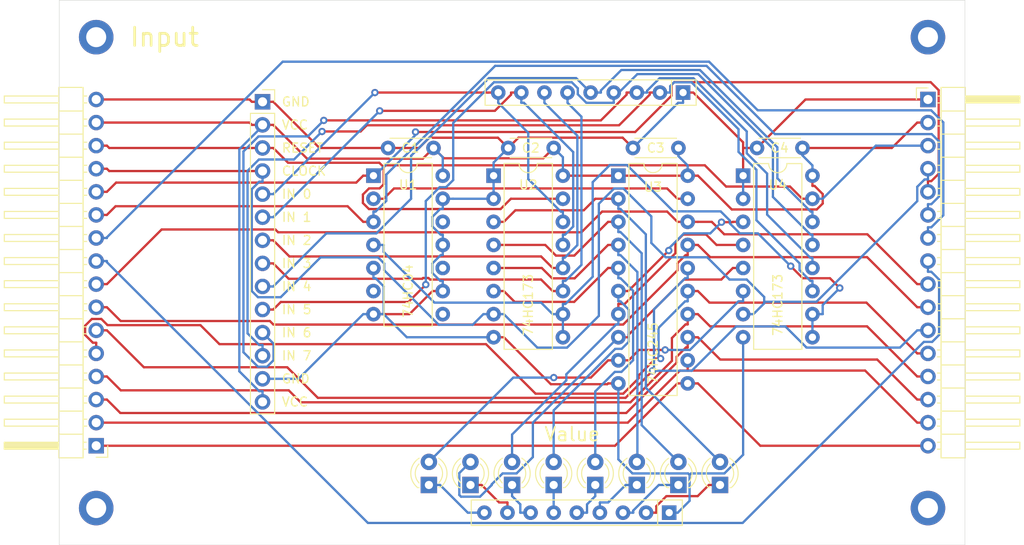
<source format=kicad_pcb>
(kicad_pcb (version 20221018) (generator pcbnew)
  (layers (0 "F.Cu" signal) (31 "B.Cu" signal) (34 "B.Paste" user) (35 "F.Paste" user) (36 "B.SilkS" user "B.Silkscreen") (37 "F.SilkS" user "F.Silkscreen") (38 "B.Mask" user) (39 "F.Mask" user) (44 "Edge.Cuts" user))
  (net 0 "")
  (net 1 "GND")
  (net 2 "VCC")
  (net 3 "Net-(D1-A)")
  (net 4 "Net-(D1-K)")
  (net 5 "Net-(D2-A)")
  (net 6 "Net-(D2-K)")
  (net 7 "Net-(D3-A)")
  (net 8 "Net-(D3-K)")
  (net 9 "Net-(D4-A)")
  (net 10 "Net-(D4-K)")
  (net 11 "Net-(D5-A)")
  (net 12 "Net-(D5-K)")
  (net 13 "Net-(D6-A)")
  (net 14 "Net-(D6-K)")
  (net 15 "Net-(D7-A)")
  (net 16 "Net-(D7-K)")
  (net 17 "Net-(D8-A)")
  (net 18 "Net-(D8-K)")
  (net 19 "BUS7")
  (net 20 "BUS6")
  (net 21 "BUS5")
  (net 22 "BUS4")
  (net 23 "BUS3")
  (net 24 "BUS2")
  (net 25 "BUS1")
  (net 26 "BUS0")
  (net 27 "SIG1")
  (net 28 "SIG0")
  (net 29 "SIG_IN")
  (net 30 "SIG_OUT")
  (net 31 "CLOCK")
  (net 32 "RESET")
  (net 33 "Net-(J3-Pin_12)")
  (net 34 "Net-(J3-Pin_11)")
  (net 35 "Net-(J3-Pin_10)")
  (net 36 "Net-(J3-Pin_9)")
  (net 37 "Net-(J3-Pin_8)")
  (net 38 "Net-(J3-Pin_7)")
  (net 39 "~{SIG_OUT}")
  (net 40 "Net-(J3-Pin_6)")
  (net 41 "Net-(J3-Pin_5)")
  (net 44 "~{SIG_IN}")
  (footprint "Capacitor_THT:C_Disc_D4.3mm_W1.9mm_P5.00mm" (layer "F.Cu") (at 72.644 50.292 180)
    (fp_text reference "C1")
    (fp_text value "100nF" hide)
  )
  (footprint "Capacitor_THT:C_Disc_D4.3mm_W1.9mm_P5.00mm" (layer "F.Cu") (at 85.852 50.292 180)
    (fp_text reference "C2")
    (fp_text value "100nF" hide)
  )
  (footprint "LED_THT:LED_D3.0mm_Clear" (layer "F.Cu") (at 72.136 87.376 90)
    (fp_text reference "D1" hide)
    (fp_text value "LED" hide)
  )
  (footprint "LED_THT:LED_D3.0mm_Clear" (layer "F.Cu") (at 76.708 87.376 90)
    (fp_text reference "D2" hide)
    (fp_text value "LED" hide)
  )
  (footprint "LED_THT:LED_D3.0mm_Clear" (layer "F.Cu") (at 81.28 87.376 90)
    (fp_text reference "D3" hide)
    (fp_text value "LED" hide)
  )
  (footprint "LED_THT:LED_D3.0mm_Clear" (layer "F.Cu") (at 85.852 87.376 90)
    (fp_text reference "D4" hide)
    (fp_text value "LED" hide)
  )
  (footprint "LED_THT:LED_D3.0mm_Clear" (layer "F.Cu") (at 90.424 87.376 90)
    (fp_text reference "D5" hide)
    (fp_text value "LED" hide)
  )
  (footprint "LED_THT:LED_D3.0mm_Clear" (layer "F.Cu") (at 94.996 87.376 90)
    (fp_text reference "D6" hide)
    (fp_text value "LED" hide)
  )
  (footprint "LED_THT:LED_D3.0mm_Clear" (layer "F.Cu") (at 99.568 87.376 90)
    (fp_text reference "D7" hide)
    (fp_text value "LED" hide)
  )
  (footprint "LED_THT:LED_D3.0mm_Clear" (layer "F.Cu") (at 104.14 87.376 90)
    (fp_text reference "D8" hide)
    (fp_text value "LED" hide)
  )
  (footprint "Connector_PinHeader_2.54mm:PinHeader_1x16_P2.54mm_Horizontal" (layer "F.Cu") (at 127 44.958)
    (fp_text reference "J1" hide)
    (fp_text value "Conn_01x16")
  )
  (footprint "Connector_PinHeader_2.54mm:PinHeader_1x16_P2.54mm_Horizontal" (layer "F.Cu") (at 35.56 83.058 180)
    (fp_text reference "J2" hide)
    (fp_text value "Conn_01x16")
  )
  (footprint "Resistor_THT:R_Array_SIP9" (layer "F.Cu") (at 98.552 90.424 180)
    (fp_text reference "RN1" hide)
    (fp_text value "1k" hide)
  )
  (footprint "Resistor_THT:R_Array_SIP9" (layer "F.Cu") (at 100.076 44.196 180)
    (fp_text reference "RN2" hide)
    (fp_text value "100k" hide)
  )
  (footprint "Capacitor_THT:C_Disc_D4.3mm_W1.9mm_P5.00mm" (layer "F.Cu") (at 99.568 50.292 180)
    (fp_text reference "C3")
    (fp_text value "100nF" hide)
  )
  (footprint "Package_DIP:DIP-14_W7.62mm" (layer "F.Cu") (at 66.04 53.34)
    (fp_text reference "U1")
    (fp_text value "74HC04")
  )
  (footprint "Connector_PinSocket_2.54mm:PinSocket_1x14_P2.54mm_Vertical" (layer "F.Cu") (at 53.848 45.212)
    (fp_text reference "J3" hide)
    (fp_text value "Conn_01x14" hide)
  )
  (footprint "Package_DIP:DIP-16_W7.62mm" (layer "F.Cu") (at 79.248 53.34)
    (fp_text reference "U2")
    (fp_text value "74HC173")
  )
  (footprint "Package_DIP:DIP-20_W7.62mm" (layer "F.Cu") (at 92.964 53.34)
    (fp_text reference "U3")
    (fp_text value "74HC245")
  )
  (footprint "MountingHole:MountingHole_2.2mm_M2_DIN965_Pad" (layer "F.Cu") (at 127 89.916)
    (fp_text reference "HOLE4" hide)
    (fp_text value "MountingHole_2.2mm_M2_DIN965_Pad" hide)
  )
  (footprint "MountingHole:MountingHole_2.2mm_M2_DIN965_Pad" (layer "F.Cu") (at 35.56 38.1)
    (fp_text reference "HOLE1" hide)
    (fp_text value "MountingHole_2.2mm_M2_DIN965_Pad" hide)
  )
  (footprint "MountingHole:MountingHole_2.2mm_M2_DIN965_Pad" (layer "F.Cu") (at 35.56 89.916)
    (fp_text reference "HOLE3" hide)
    (fp_text value "MountingHole_2.2mm_M2_DIN965_Pad" hide)
  )
  (footprint "Capacitor_THT:C_Disc_D4.3mm_W1.9mm_P5.00mm" (layer "F.Cu") (at 113.204 50.292 180)
    (fp_text reference "C4")
    (fp_text value "100nF" hide)
  )
  (footprint "Package_DIP:DIP-16_W7.62mm" (layer "F.Cu") (at 106.68 53.34)
    (fp_text reference "U4")
    (fp_text value "74HC173")
  )
  (footprint "MountingHole:MountingHole_2.2mm_M2_DIN965_Pad" (layer "F.Cu") (at 127 38.1)
    (fp_text reference "HOLE2" hide)
    (fp_text value "MountingHole_2.2mm_M2_DIN965_Pad" hide)
  )
  (gr_line (start 31.496 34.036) (end 131.064 34.036) (stroke (width 0.05)) (layer "Edge.Cuts"))
  (gr_line (start 131.064 34.036) (end 131.064 93.98) (stroke (width 0.05)) (layer "Edge.Cuts"))
  (gr_line (start 131.064 93.98) (end 31.496 93.98) (stroke (width 0.05)) (layer "Edge.Cuts"))
  (gr_line (start 31.496 93.98) (end 31.496 34.036) (stroke (width 0.05)) (layer "Edge.Cuts"))
  (gr_text "Input" (at 39.116 38.1) (layer "F.SilkS") (effects (font (size 2 2) (thickness 0.3)) (justify left)))
  (gr_text "Value" (at 87.884 81.788) (layer "F.SilkS") (effects (font (size 1.5 1.5) (thickness 0.2))))
  (gr_text "VCC" (at 55.88 47.752) (layer "F.SilkS") (effects (font (size 1 1)) (justify left)))
  (gr_text "RESET" (at 55.88 50.292) (layer "F.SilkS") (effects (font (size 1 1)) (justify left)))
  (gr_text "CLOCK" (at 55.88 52.832) (layer "F.SilkS") (effects (font (size 1 1)) (justify left)))
  (gr_text "IN 0" (at 55.88 55.372) (layer "F.SilkS") (effects (font (size 1 1)) (justify left)))
  (gr_text "IN 1" (at 55.88 57.912) (layer "F.SilkS") (effects (font (size 1 1)) (justify left)))
  (gr_text "IN 2" (at 55.88 60.452) (layer "F.SilkS") (effects (font (size 1 1)) (justify left)))
  (gr_text "IN 3" (at 55.88 62.992) (layer "F.SilkS") (effects (font (size 1 1)) (justify left)))
  (gr_text "IN 4" (at 55.88 65.532) (layer "F.SilkS") (effects (font (size 1 1)) (justify left)))
  (gr_text "IN 5" (at 55.88 68.072) (layer "F.SilkS") (effects (font (size 1 1)) (justify left)))
  (gr_text "IN 7" (at 55.88 73.152) (layer "F.SilkS") (effects (font (size 1 1)) (justify left)))
  (gr_text "IN 6" (at 55.88 70.612) (layer "F.SilkS") (effects (font (size 1 1)) (justify left)))
  (gr_text "GND" (at 55.88 75.692) (layer "F.SilkS") (effects (font (size 1 1)) (justify left)))
  (gr_text "VCC" (at 55.88 78.232) (layer "F.SilkS") (effects (font (size 1 1)) (justify left)))
  (gr_text "GND" (at 55.88 45.212) (layer "F.SilkS") (effects (font (size 1 1)) (justify left)))
  (segment (start 53.848 45.212) (end 52.6711 45.212) (width 0.25) (layer "F.Cu") (net 1))
  (segment (start 79.248 71.12) (end 80.3749 71.12) (width 0.25) (layer "F.Cu") (net 1))
  (segment (start 106.68 49.6731) (end 106.68 50.292) (width 0.25) (layer "F.Cu") (net 1))
  (segment (start 72.1773 49.1651) (end 79.7251 49.1651) (width 0.25) (layer "F.Cu") (net 1))
  (segment (start 80.852 50.292) (end 81.9826 49.1614) (width 0.25) (layer "F.Cu") (net 1))
  (segment (start 81.9826 49.1614) (end 93.4374 49.1614) (width 0.25) (layer "F.Cu") (net 1))
  (segment (start 106.68 50.292) (end 106.68 53.34) (width 0.25) (layer "F.Cu") (net 1))
  (segment (start 53.848 45.212) (end 55.0249 45.212) (width 0.25) (layer "F.Cu") (net 1))
  (segment (start 101.2029 44.196) (end 106.68 49.6731) (width 0.25) (layer "F.Cu") (net 1))
  (segment (start 91.7503 76.2868) (end 91.8371 76.2) (width 0.25) (layer "F.Cu") (net 1))
  (segment (start 67.644 50.292) (end 71.0504 50.292) (width 0.25) (layer "F.Cu") (net 1))
  (segment (start 71.0504 50.292) (end 72.1773 49.1651) (width 0.25) (layer "F.Cu") (net 1))
  (segment (start 69.9931 68.58) (end 72.5331 66.04) (width 0.25) (layer "F.Cu") (net 1))
  (segment (start 80.3749 71.12) (end 85.5417 76.2868) (width 0.25) (layer "F.Cu") (net 1))
  (segment (start 113.538 44.958) (end 108.204 50.292) (width 0.25) (layer "F.Cu") (net 1))
  (segment (start 73.66 66.04) (end 72.5331 66.04) (width 0.25) (layer "F.Cu") (net 1))
  (segment (start 100.076 44.196) (end 101.2029 44.196) (width 0.25) (layer "F.Cu") (net 1))
  (segment (start 55.0249 45.212) (end 60.1049 50.292) (width 0.25) (layer "F.Cu") (net 1))
  (segment (start 35.56 44.958) (end 52.4171 44.958) (width 0.25) (layer "F.Cu") (net 1))
  (segment (start 93.4374 49.1614) (end 94.568 50.292) (width 0.25) (layer "F.Cu") (net 1))
  (segment (start 66.04 68.58) (end 67.1669 68.58) (width 0.25) (layer "F.Cu") (net 1))
  (segment (start 52.4171 44.958) (end 52.6711 45.212) (width 0.25) (layer "F.Cu") (net 1))
  (segment (start 67.1669 68.58) (end 69.9931 68.58) (width 0.25) (layer "F.Cu") (net 1))
  (segment (start 60.1049 50.292) (end 67.644 50.292) (width 0.25) (layer "F.Cu") (net 1))
  (segment (start 85.5417 76.2868) (end 91.7503 76.2868) (width 0.25) (layer "F.Cu") (net 1))
  (segment (start 127 44.958) (end 113.538 44.958) (width 0.25) (layer "F.Cu") (net 1))
  (segment (start 92.964 76.2) (end 91.8371 76.2) (width 0.25) (layer "F.Cu") (net 1))
  (segment (start 106.68 50.292) (end 108.204 50.292) (width 0.25) (layer "F.Cu") (net 1))
  (segment (start 79.7251 49.1651) (end 80.852 50.292) (width 0.25) (layer "F.Cu") (net 1))
  (segment (start 66.04 68.58) (end 67.1669 68.58) (width 0.25) (layer "B.Cu") (net 1))
  (segment (start 79.248 71.12) (end 69.7069 71.12) (width 0.25) (layer "B.Cu") (net 1))
  (segment (start 99.5371 45.3229) (end 100.076 45.3229) (width 0.25) (layer "B.Cu") (net 1))
  (segment (start 66.04 63.5) (end 66.04 64.6269) (width 0.25) (layer "B.Cu") (net 1))
  (segment (start 66.04 68.58) (end 64.9131 68.58) (width 0.25) (layer "B.Cu") (net 1))
  (segment (start 79.248 53.34) (end 79.248 55.88) (width 0.25) (layer "B.Cu") (net 1))
  (segment (start 94.5156 86.106) (end 92.964 84.5544) (width 0.25) (layer "B.Cu") (net 1))
  (segment (start 73.66 66.04) (end 73.66 64.9131) (width 0.25) (layer "B.Cu") (net 1))
  (segment (start 73.4265 59.8331) (end 73.66 59.8331) (width 0.25) (layer "B.Cu") (net 1))
  (segment (start 100.076 44.196) (end 100.076 45.3229) (width 0.25) (layer "B.Cu") (net 1))
  (segment (start 73.3783 57.0069) (end 72.5106 57.8746) (width 0.25) (layer "B.Cu") (net 1))
  (segment (start 100.7949 89.1208) (end 100.7949 86.2677) (width 0.25) (layer "B.Cu") (net 1))
  (segment (start 73.66 55.88) (end 73.66 57.0069) (width 0.25) (layer "B.Cu") (net 1))
  (segment (start 94.568 50.292) (end 99.5371 45.3229) (width 0.25) (layer "B.Cu") (net 1))
  (segment (start 100.9566 86.106) (end 104.6201 86.106) (width 0.25) (layer "B.Cu") (net 1))
  (segment (start 66.2735 64.6269) (end 66.04 64.6269) (width 0.25) (layer "B.Cu") (net 1))
  (segment (start 100.7949 86.2677) (end 100.9566 86.106) (width 0.25) (layer "B.Cu") (net 1))
  (segment (start 79.248 51.896) (end 79.248 53.34) (width 0.25) (layer "B.Cu") (net 1))
  (segment (start 73.66 57.0069) (end 73.3783 57.0069) (width 0.25) (layer "B.Cu") (net 1))
  (segment (start 73.3783 64.9131) (end 72.5106 64.0454) (width 0.25) (layer "B.Cu") (net 1))
  (segment (start 73.66 55.88) (end 74.7869 55.88) (width 0.25) (layer "B.Cu") (net 1))
  (segment (start 53.848 75.692) (end 57.8011 75.692) (width 0.25) (layer "B.Cu") (net 1))
  (segment (start 104.6201 86.106) (end 106.68 84.0461) (width 0.25) (layer "B.Cu") (net 1))
  (segment (start 98.552 90.424) (end 99.4917 90.424) (width 0.25) (layer "B.Cu") (net 1))
  (segment (start 67.1669 65.5203) (end 66.2735 64.6269) (width 0.25) (layer "B.Cu") (net 1))
  (segment (start 73.66 60.96) (end 73.66 62.0869) (width 0.25) (layer "B.Cu") (net 1))
  (segment (start 73.4265 62.0869) (end 73.66 62.0869) (width 0.25) (layer "B.Cu") (net 1))
  (segment (start 72.5106 63.0028) (end 73.4265 62.0869) (width 0.25) (layer "B.Cu") (net 1))
  (segment (start 72.5106 58.9172) (end 73.4265 59.8331) (width 0.25) (layer "B.Cu") (net 1))
  (segment (start 106.68 84.0461) (end 106.68 71.12) (width 0.25) (layer "B.Cu") (net 1))
  (segment (start 100.6332 86.106) (end 94.5156 86.106) (width 0.25) (layer "B.Cu") (net 1))
  (segment (start 99.4917 90.424) (end 100.7949 89.1208) (width 0.25) (layer "B.Cu") (net 1))
  (segment (start 67.1669 68.58) (end 67.1669 65.5203) (width 0.25) (layer "B.Cu") (net 1))
  (segment (start 79.248 55.88) (end 74.7869 55.88) (width 0.25) (layer "B.Cu") (net 1))
  (segment (start 73.66 64.9131) (end 73.3783 64.9131) (width 0.25) (layer "B.Cu") (net 1))
  (segment (start 72.5106 64.0454) (end 72.5106 63.0028) (width 0.25) (layer "B.Cu") (net 1))
  (segment (start 69.7069 71.12) (end 67.1669 68.58) (width 0.25) (layer "B.Cu") (net 1))
  (segment (start 100.7949 86.2677) (end 100.6332 86.106) (width 0.25) (layer "B.Cu") (net 1))
  (segment (start 72.5106 57.8746) (end 72.5106 58.9172) (width 0.25) (layer "B.Cu") (net 1))
  (segment (start 73.66 60.96) (end 73.66 59.8331) (width 0.25) (layer "B.Cu") (net 1))
  (segment (start 106.68 55.88) (end 106.68 53.34) (width 0.25) (layer "B.Cu") (net 1))
  (segment (start 80.852 50.292) (end 79.248 51.896) (width 0.25) (layer "B.Cu") (net 1))
  (segment (start 92.964 84.5544) (end 92.964 76.2) (width 0.25) (layer "B.Cu") (net 1))
  (segment (start 57.8011 75.692) (end 64.9131 68.58) (width 0.25) (layer "B.Cu") (net 1))
  (segment (start 113.204 50.292) (end 123.0291 50.292) (width 0.25) (layer "F.Cu") (net 2))
  (segment (start 73.7812 51.4292) (end 72.644 50.292) (width 0.25) (layer "F.Cu") (net 2))
  (segment (start 105.432 57.0611) (end 114.7722 57.0611) (width 0.25) (layer "F.Cu") (net 2))
  (segment (start 58.7403 51.4674) (end 55.0249 47.752) (width 0.25) (layer "F.Cu") (net 2))
  (segment (start 53.848 47.752) (end 52.6711 47.752) (width 0.25) (layer "F.Cu") (net 2))
  (segment (start 114.3 53.34) (end 114.3 54.4669) (width 0.25) (layer "F.Cu") (net 2))
  (segment (start 72.644 50.292) (end 71.4686 51.4674) (width 0.25) (layer "F.Cu") (net 2))
  (segment (start 114.5335 54.4669) (end 114.3 54.4669) (width 0.25) (layer "F.Cu") (net 2))
  (segment (start 127 47.498) (end 125.8231 47.498) (width 0.25) (layer "F.Cu") (net 2))
  (segment (start 123.0291 50.292) (end 125.8231 47.498) (width 0.25) (layer "F.Cu") (net 2))
  (segment (start 53.848 47.752) (end 55.0249 47.752) (width 0.25) (layer "F.Cu") (net 2))
  (segment (start 114.7722 57.0611) (end 115.4306 56.4027) (width 0.25) (layer "F.Cu") (net 2))
  (segment (start 86.868 53.34) (end 92.964 53.34) (width 0.25) (layer "F.Cu") (net 2))
  (segment (start 85.852 50.292) (end 84.7148 51.4292) (width 0.25) (layer "F.Cu") (net 2))
  (segment (start 92.964 53.34) (end 100.584 53.34) (width 0.25) (layer "F.Cu") (net 2))
  (segment (start 71.4686 51.4674) (end 58.7403 51.4674) (width 0.25) (layer "F.Cu") (net 2))
  (segment (start 115.4306 56.4027) (end 115.4306 55.364) (width 0.25) (layer "F.Cu") (net 2))
  (segment (start 84.7148 51.4292) (end 73.7812 51.4292) (width 0.25) (layer "F.Cu") (net 2))
  (segment (start 101.7109 53.34) (end 105.432 57.0611) (width 0.25) (layer "F.Cu") (net 2))
  (segment (start 115.4306 55.364) (end 114.5335 54.4669) (width 0.25) (layer "F.Cu") (net 2))
  (segment (start 52.4171 47.498) (end 52.6711 47.752) (width 0.25) (layer "F.Cu") (net 2))
  (segment (start 35.56 47.498) (end 52.4171 47.498) (width 0.25) (layer "F.Cu") (net 2))
  (segment (start 100.584 53.34) (end 101.7109 53.34) (width 0.25) (layer "F.Cu") (net 2))
  (segment (start 72.644 50.292) (end 73.66 51.308) (width 0.25) (layer "B.Cu") (net 2))
  (segment (start 53.848 47.752) (end 53.848 48.0462) (width 0.25) (layer "B.Cu") (net 2))
  (segment (start 73.66 51.308) (end 73.66 53.34) (width 0.25) (layer "B.Cu") (net 2))
  (segment (start 100.584 52.2131) (end 99.568 51.1971) (width 0.25) (layer "B.Cu") (net 2))
  (segment (start 53.6838 48.0462) (end 51.295 50.435) (width 0.25) (layer "B.Cu") (net 2))
  (segment (start 53.848 78.232) (end 53.848 77.0551) (width 0.25) (layer "B.Cu") (net 2))
  (segment (start 85.852 50.292) (end 86.868 51.308) (width 0.25) (layer "B.Cu") (net 2))
  (segment (start 114.3 53.34) (end 114.3 52.2131) (width 0.25) (layer "B.Cu") (net 2))
  (segment (start 99.568 51.1971) (end 99.568 50.292) (width 0.25) (layer "B.Cu") (net 2))
  (segment (start 113.204 51.1171) (end 113.204 50.292) (width 0.25) (layer "B.Cu") (net 2))
  (segment (start 86.868 51.308) (end 86.868 53.34) (width 0.25) (layer "B.Cu") (net 2))
  (segment (start 53.4822 77.0551) (end 53.848 77.0551) (width 0.25) (layer "B.Cu") (net 2))
  (segment (start 53.848 48.0462) (end 53.6838 48.0462) (width 0.25) (layer "B.Cu") (net 2))
  (segment (start 51.295 74.8679) (end 53.4822 77.0551) (width 0.25) (layer "B.Cu") (net 2))
  (segment (start 114.3 52.2131) (end 113.204 51.1171) (width 0.25) (layer "B.Cu") (net 2))
  (segment (start 51.295 50.435) (end 51.295 74.8679) (width 0.25) (layer "B.Cu") (net 2))
  (segment (start 100.584 53.34) (end 100.584 52.2131) (width 0.25) (layer "B.Cu") (net 2))
  (segment (start 94.0909 73.66) (end 95.2343 72.5166) (width 0.25) (layer "F.Cu") (net 3))
  (segment (start 91.8371 73.66) (end 89.9372 75.5599) (width 0.25) (layer "F.Cu") (net 3))
  (segment (start 92.964 73.66) (end 94.0909 73.66) (width 0.25) (layer "F.Cu") (net 3))
  (segment (start 92.964 73.66) (end 91.8371 73.66) (width 0.25) (layer "F.Cu") (net 3))
  (segment (start 89.9372 75.5599) (end 85.8633 75.5599) (width 0.25) (layer "F.Cu") (net 3))
  (segment (start 95.2343 72.5166) (end 98.106 72.5166) (width 0.25) (layer "F.Cu") (net 3))
  (via (at 85.8633 75.5599) (size 0.8) (drill 0.4) (layers "F.Cu" "B.Cu") (net 3))
  (via (at 98.106 72.5166) (size 0.8) (drill 0.4) (layers "F.Cu" "B.Cu") (net 3))
  (segment (start 72.136 84.836) (end 81.4121 75.5599) (width 0.25) (layer "B.Cu") (net 3))
  (segment (start 106.68 67.1669) (end 106.1792 67.1669) (width 0.25) (layer "B.Cu") (net 3))
  (segment (start 106.1792 67.1669) (end 100.8295 72.5166) (width 0.25) (layer "B.Cu") (net 3))
  (segment (start 81.4121 75.5599) (end 85.8633 75.5599) (width 0.25) (layer "B.Cu") (net 3))
  (segment (start 100.8295 72.5166) (end 98.106 72.5166) (width 0.25) (layer "B.Cu") (net 3))
  (segment (start 106.68 66.04) (end 106.68 67.1669) (width 0.25) (layer "B.Cu") (net 3))
  (segment (start 78.232 90.424) (end 76.4109 90.424) (width 0.25) (layer "B.Cu") (net 4))
  (segment (start 76.4109 90.424) (end 73.3629 87.376) (width 0.25) (layer "B.Cu") (net 4))
  (segment (start 72.136 87.376) (end 73.3629 87.376) (width 0.25) (layer "B.Cu") (net 4))
  (segment (start 104.2831 64.77) (end 105.5531 63.5) (width 0.25) (layer "F.Cu") (net 5))
  (segment (start 100.1592 64.77) (end 104.2831 64.77) (width 0.25) (layer "F.Cu") (net 5))
  (segment (start 92.964 71.12) (end 94.0909 71.12) (width 0.25) (layer "F.Cu") (net 5))
  (segment (start 106.68 63.5) (end 105.5531 63.5) (width 0.25) (layer "F.Cu") (net 5))
  (segment (start 94.0909 71.12) (end 94.0909 70.8383) (width 0.25) (layer "F.Cu") (net 5))
  (segment (start 94.0909 70.8383) (end 100.1592 64.77) (width 0.25) (layer "F.Cu") (net 5))
  (segment (start 75.4811 86.0629) (end 75.4811 88.4802) (width 0.25) (layer "B.Cu") (net 5))
  (segment (start 77.76 88.6634) (end 79.0386 87.3848) (width 0.25) (layer "B.Cu") (net 5))
  (segment (start 76.708 84.836) (end 75.4811 86.0629) (width 0.25) (layer "B.Cu") (net 5))
  (segment (start 81.7662 86.106) (end 83.5661 84.3061) (width 0.25) (layer "B.Cu") (net 5))
  (segment (start 80.2373 86.106) (end 81.7662 86.106) (width 0.25) (layer "B.Cu") (net 5))
  (segment (start 75.4811 88.4802) (end 75.6643 88.6634) (width 0.25) (layer "B.Cu") (net 5))
  (segment (start 83.5661 80.5179) (end 92.964 71.12) (width 0.25) (layer "B.Cu") (net 5))
  (segment (start 79.0386 87.3848) (end 79.0386 87.3047) (width 0.25) (layer "B.Cu") (net 5))
  (segment (start 83.5661 84.3061) (end 83.5661 80.5179) (width 0.25) (layer "B.Cu") (net 5))
  (segment (start 75.6643 88.6634) (end 77.76 88.6634) (width 0.25) (layer "B.Cu") (net 5))
  (segment (start 79.0386 87.3047) (end 80.2373 86.106) (width 0.25) (layer "B.Cu") (net 5))
  (segment (start 80.772 90.424) (end 80.772 89.2971) (width 0.25) (layer "F.Cu") (net 6))
  (segment (start 79.856 89.2971) (end 80.772 89.2971) (width 0.25) (layer "F.Cu") (net 6))
  (segment (start 77.9349 87.376) (end 79.856 89.2971) (width 0.25) (layer "F.Cu") (net 6))
  (segment (start 76.708 87.376) (end 77.9349 87.376) (width 0.25) (layer "F.Cu") (net 6))
  (segment (start 99.2314 61.8809) (end 99.2314 60.6789) (width 0.25) (layer "F.Cu") (net 7))
  (segment (start 92.964 68.58) (end 92.964 67.4531) (width 0.25) (layer "F.Cu") (net 7))
  (segment (start 99.2314 60.6789) (end 100.096 59.8143) (width 0.25) (layer "F.Cu") (net 7))
  (segment (start 100.096 59.8143) (end 102.6105 59.8143) (width 0.25) (layer "F.Cu") (net 7))
  (segment (start 103.7562 60.96) (end 106.68 60.96) (width 0.25) (layer "F.Cu") (net 7))
  (segment (start 93.6592 67.4531) (end 99.2314 61.8809) (width 0.25) (layer "F.Cu") (net 7))
  (segment (start 102.6105 59.8143) (end 103.7562 60.96) (width 0.25) (layer "F.Cu") (net 7))
  (segment (start 92.964 67.4531) (end 93.6592 67.4531) (width 0.25) (layer "F.Cu") (net 7))
  (segment (start 92.964 68.58) (end 92.964 69.7069) (width 0.25) (layer "B.Cu") (net 7))
  (segment (start 87.2443 75.1931) (end 92.7305 69.7069) (width 0.25) (layer "B.Cu") (net 7))
  (segment (start 81.28 81.8253) (end 87.2443 75.861) (width 0.25) (layer "B.Cu") (net 7))
  (segment (start 87.2443 75.861) (end 87.2443 75.1931) (width 0.25) (layer "B.Cu") (net 7))
  (segment (start 81.28 84.836) (end 81.28 81.8253) (width 0.25) (layer "B.Cu") (net 7))
  (segment (start 92.7305 69.7069) (end 92.964 69.7069) (width 0.25) (layer "B.Cu") (net 7))
  (segment (start 82.1851 89.508) (end 82.1851 90.424) (width 0.25) (layer "B.Cu") (net 8))
  (segment (start 81.28 87.376) (end 81.28 88.6029) (width 0.25) (layer "B.Cu") (net 8))
  (segment (start 83.312 90.424) (end 82.1851 90.424) (width 0.25) (layer "B.Cu") (net 8))
  (segment (start 81.28 88.6029) (end 82.1851 89.508) (width 0.25) (layer "B.Cu") (net 8))
  (segment (start 104.3034 58.4587) (end 105.5144 58.4587) (width 0.25) (layer "F.Cu") (net 9))
  (segment (start 94.0909 65.9911) (end 98.5042 61.5778) (width 0.25) (layer "F.Cu") (net 9))
  (segment (start 92.964 66.04) (end 94.0909 66.04) (width 0.25) (layer "F.Cu") (net 9))
  (segment (start 105.5144 58.4587) (end 105.5531 58.42) (width 0.25) (layer "F.Cu") (net 9))
  (segment (start 94.0909 66.04) (end 94.0909 65.9911) (width 0.25) (layer "F.Cu") (net 9))
  (segment (start 106.68 58.42) (end 105.5531 58.42) (width 0.25) (layer "F.Cu") (net 9))
  (via (at 104.3034 58.4587) (size 0.8) (drill 0.4) (layers "F.Cu" "B.Cu") (net 9))
  (via (at 98.5042 61.5778) (size 0.8) (drill 0.4) (layers "F.Cu" "B.Cu") (net 9))
  (segment (start 93.1975 67.1669) (end 94.1133 68.0827) (width 0.25) (layer "B.Cu") (net 9))
  (segment (start 98.5042 61.3548) (end 98.5042 61.5778) (width 0.25) (layer "B.Cu") (net 9))
  (segment (start 100.169 59.69) (end 98.5042 61.3548) (width 0.25) (layer "B.Cu") (net 9))
  (segment (start 85.852 79.1662) (end 85.852 84.836) (width 0.25) (layer "B.Cu") (net 9))
  (segment (start 93.3319 72.3915) (end 92.6267 72.3915) (width 0.25) (layer "B.Cu") (net 9))
  (segment (start 103.0721 59.69) (end 100.169 59.69) (width 0.25) (layer "B.Cu") (net 9))
  (segment (start 92.964 67.1669) (end 93.1975 67.1669) (width 0.25) (layer "B.Cu") (net 9))
  (segment (start 92.964 66.04) (end 92.964 67.1669) (width 0.25) (layer "B.Cu") (net 9))
  (segment (start 92.6267 72.3915) (end 85.852 79.1662) (width 0.25) (layer "B.Cu") (net 9))
  (segment (start 94.1133 68.0827) (end 94.1133 71.6101) (width 0.25) (layer "B.Cu") (net 9))
  (segment (start 94.1133 71.6101) (end 93.3319 72.3915) (width 0.25) (layer "B.Cu") (net 9))
  (segment (start 104.3034 58.4587) (end 103.0721 59.69) (width 0.25) (layer "B.Cu") (net 9))
  (segment (start 85.852 87.376) (end 85.852 90.424) (width 0.25) (layer "B.Cu") (net 10))
  (segment (start 92.964 63.5) (end 91.8371 63.5) (width 0.25) (layer "F.Cu") (net 11))
  (segment (start 79.248 66.04) (end 80.3749 66.04) (width 0.25) (layer "F.Cu") (net 11))
  (segment (start 81.5615 67.2266) (end 80.3749 66.04) (width 0.25) (layer "F.Cu") (net 11))
  (segment (start 91.8371 63.5) (end 88.1105 67.2266) (width 0.25) (layer "F.Cu") (net 11))
  (segment (start 88.1105 67.2266) (end 81.5615 67.2266) (width 0.25) (layer "F.Cu") (net 11))
  (segment (start 93.3062 74.93) (end 92.5747 74.93) (width 0.25) (layer "B.Cu") (net 11))
  (segment (start 94.5838 73.6524) (end 93.3062 74.93) (width 0.25) (layer "B.Cu") (net 11))
  (segment (start 92.5747 74.93) (end 90.424 77.0807) (width 0.25) (layer "B.Cu") (net 11))
  (segment (start 94.5838 66.0132) (end 94.5838 73.6524) (width 0.25) (layer "B.Cu") (net 11))
  (segment (start 93.1975 64.6269) (end 94.5838 66.0132) (width 0.25) (layer "B.Cu") (net 11))
  (segment (start 90.424 77.0807) (end 90.424 84.836) (width 0.25) (layer "B.Cu") (net 11))
  (segment (start 92.964 64.6269) (end 93.1975 64.6269) (width 0.25) (layer "B.Cu") (net 11))
  (segment (start 92.964 63.5) (end 92.964 64.6269) (width 0.25) (layer "B.Cu") (net 11))
  (segment (start 90.424 87.376) (end 90.424 88.6029) (width 0.25) (layer "B.Cu") (net 12))
  (segment (start 88.392 90.424) (end 89.5189 90.424) (width 0.25) (layer "B.Cu") (net 12))
  (segment (start 89.5189 89.508) (end 89.5189 90.424) (width 0.25) (layer "B.Cu") (net 12))
  (segment (start 90.424 88.6029) (end 89.5189 89.508) (width 0.25) (layer "B.Cu") (net 12))
  (segment (start 91.8371 60.96) (end 88.1571 64.64) (width 0.25) (layer "F.Cu") (net 13))
  (segment (start 85.6865 64.64) (end 84.5465 63.5) (width 0.25) (layer "F.Cu") (net 13))
  (segment (start 92.964 60.96) (end 91.8371 60.96) (width 0.25) (layer "F.Cu") (net 13))
  (segment (start 84.5465 63.5) (end 79.248 63.5) (width 0.25) (layer "F.Cu") (net 13))
  (segment (start 88.1571 64.64) (end 85.6865 64.64) (width 0.25) (layer "F.Cu") (net 13))
  (segment (start 92.964 60.96) (end 92.964 62.0869) (width 0.25) (layer "B.Cu") (net 13))
  (segment (start 93.1975 62.0869) (end 92.964 62.0869) (width 0.25) (layer "B.Cu") (net 13))
  (segment (start 95.0554 84.7766) (end 95.0554 63.9448) (width 0.25) (layer "B.Cu") (net 13))
  (segment (start 95.0554 63.9448) (end 93.1975 62.0869) (width 0.25) (layer "B.Cu") (net 13))
  (segment (start 94.996 84.836) (end 95.0554 84.7766) (width 0.25) (layer "B.Cu") (net 13))
  (segment (start 90.932 90.424) (end 90.932 89.2971) (width 0.25) (layer "B.Cu") (net 14))
  (segment (start 91.848 89.2971) (end 90.932 89.2971) (width 0.25) (layer "B.Cu") (net 14))
  (segment (start 93.7691 87.376) (end 91.848 89.2971) (width 0.25) (layer "B.Cu") (net 14))
  (segment (start 94.996 87.376) (end 93.7691 87.376) (width 0.25) (layer "B.Cu") (net 14))
  (segment (start 86.098 62.135) (end 84.923 60.96) (width 0.25) (layer "F.Cu") (net 15))
  (segment (start 92.964 58.42) (end 91.8371 58.42) (width 0.25) (layer "F.Cu") (net 15))
  (segment (start 84.923 60.96) (end 79.248 60.96) (width 0.25) (layer "F.Cu") (net 15))
  (segment (start 91.8371 58.42) (end 88.1221 62.135) (width 0.25) (layer "F.Cu") (net 15))
  (segment (start 88.1221 62.135) (end 86.098 62.135) (width 0.25) (layer "F.Cu") (net 15))
  (segment (start 92.964 58.42) (end 92.964 59.5469) (width 0.25) (layer "B.Cu") (net 15))
  (segment (start 92.964 59.5469) (end 93.1975 59.5469) (width 0.25) (layer "B.Cu") (net 15))
  (segment (start 95.5269 61.8763) (end 95.5269 80.7949) (width 0.25) (layer "B.Cu") (net 15))
  (segment (start 95.5269 80.7949) (end 99.568 84.836) (width 0.25) (layer "B.Cu") (net 15))
  (segment (start 93.1975 59.5469) (end 95.5269 61.8763) (width 0.25) (layer "B.Cu") (net 15))
  (segment (start 94.5989 90.1905) (end 94.5989 90.424) (width 0.25) (layer "B.Cu") (net 16))
  (segment (start 97.4134 87.376) (end 94.5989 90.1905) (width 0.25) (layer "B.Cu") (net 16))
  (segment (start 99.568 87.376) (end 98.3411 87.376) (width 0.25) (layer "B.Cu") (net 16))
  (segment (start 98.3411 87.376) (end 97.4134 87.376) (width 0.25) (layer "B.Cu") (net 16))
  (segment (start 93.472 90.424) (end 94.5989 90.424) (width 0.25) (layer "B.Cu") (net 16))
  (segment (start 79.248 58.42) (end 80.3749 58.42) (width 0.25) (layer "F.Cu") (net 17))
  (segment (start 90.4343 55.88) (end 89.1643 57.15) (width 0.25) (layer "F.Cu") (net 17))
  (segment (start 81.6449 57.15) (end 80.3749 58.42) (width 0.25) (layer "F.Cu") (net 17))
  (segment (start 92.964 55.88) (end 90.4343 55.88) (width 0.25) (layer "F.Cu") (net 17))
  (segment (start 89.1643 57.15) (end 81.6449 57.15) (width 0.25) (layer "F.Cu") (net 17))
  (segment (start 95.9854 76.6814) (end 95.9854 59.7948) (width 0.25) (layer "B.Cu") (net 17))
  (segment (start 93.1975 57.0069) (end 92.964 57.0069) (width 0.25) (layer "B.Cu") (net 17))
  (segment (start 104.14 84.836) (end 95.9854 76.6814) (width 0.25) (layer "B.Cu") (net 17))
  (segment (start 95.9854 59.7948) (end 93.1975 57.0069) (width 0.25) (layer "B.Cu") (net 17))
  (segment (start 92.964 55.88) (end 92.964 57.0069) (width 0.25) (layer "B.Cu") (net 17))
  (segment (start 97.1389 89.7095) (end 97.1389 90.424) (width 0.25) (layer "F.Cu") (net 18))
  (segment (start 101.6862 88.6029) (end 98.2455 88.6029) (width 0.25) (layer "F.Cu") (net 18))
  (segment (start 98.2455 88.6029) (end 97.1389 89.7095) (width 0.25) (layer "F.Cu") (net 18))
  (segment (start 102.9131 87.376) (end 101.6862 88.6029) (width 0.25) (layer "F.Cu") (net 18))
  (segment (start 104.14 87.376) (end 102.9131 87.376) (width 0.25) (layer "F.Cu") (net 18))
  (segment (start 96.012 90.424) (end 97.1389 90.424) (width 0.25) (layer "F.Cu") (net 18))
  (segment (start 100.584 76.2) (end 101.7109 76.2) (width 0.25) (layer "F.Cu") (net 19))
  (segment (start 127 83.058) (end 108.5689 83.058) (width 0.25) (layer "F.Cu") (net 19))
  (segment (start 92.5991 83.058) (end 99.4571 76.2) (width 0.25) (layer "F.Cu") (net 19))
  (segment (start 108.5689 83.058) (end 101.7109 76.2) (width 0.25) (layer "F.Cu") (net 19))
  (segment (start 100.584 76.2) (end 99.4571 76.2) (width 0.25) (layer "F.Cu") (net 19))
  (segment (start 35.56 83.058) (end 92.5991 83.058) (width 0.25) (layer "F.Cu") (net 19))
  (segment (start 100.584 74.7869) (end 120.092 74.7869) (width 0.25) (layer "F.Cu") (net 20))
  (segment (start 93.9997 80.518) (end 35.56 80.518) (width 0.25) (layer "F.Cu") (net 20))
  (segment (start 100.584 74.7869) (end 99.7308 74.7869) (width 0.25) (layer "F.Cu") (net 20))
  (segment (start 99.7308 74.7869) (end 93.9997 80.518) (width 0.25) (layer "F.Cu") (net 20))
  (segment (start 127 80.518) (end 125.8231 80.518) (width 0.25) (layer "F.Cu") (net 20))
  (segment (start 100.584 73.66) (end 100.584 74.7869) (width 0.25) (layer "F.Cu") (net 20))
  (segment (start 120.092 74.7869) (end 125.8231 80.518) (width 0.25) (layer "F.Cu") (net 20))
  (segment (start 127 77.978) (end 125.8231 77.978) (width 0.25) (layer "F.Cu") (net 21))
  (segment (start 35.56 77.978) (end 36.7369 77.978) (width 0.25) (layer "F.Cu") (net 21))
  (segment (start 36.7369 77.978) (end 38.2179 79.459) (width 0.25) (layer "F.Cu") (net 21))
  (segment (start 99.3735 73.9125) (end 99.3735 73.265) (width 0.25) (layer "F.Cu") (net 21))
  (segment (start 121.4199 73.5748) (end 125.8231 77.978) (width 0.25) (layer "F.Cu") (net 21))
  (segment (start 93.827 79.459) (end 99.3735 73.9125) (width 0.25) (layer "F.Cu") (net 21))
  (segment (start 104.1657 73.5748) (end 121.4199 73.5748) (width 0.25) (layer "F.Cu") (net 21))
  (segment (start 101.7109 71.12) (end 104.1657 73.5748) (width 0.25) (layer "F.Cu") (net 21))
  (segment (start 100.584 71.12) (end 101.7109 71.12) (width 0.25) (layer "F.Cu") (net 21))
  (segment (start 100.3916 72.2469) (end 100.584 72.2469) (width 0.25) (layer "F.Cu") (net 21))
  (segment (start 38.2179 79.459) (end 93.827 79.459) (width 0.25) (layer "F.Cu") (net 21))
  (segment (start 99.3735 73.265) (end 100.3916 72.2469) (width 0.25) (layer "F.Cu") (net 21))
  (segment (start 100.584 71.12) (end 100.584 72.2469) (width 0.25) (layer "F.Cu") (net 21))
  (segment (start 56.7238 76.962) (end 58.0396 78.2778) (width 0.25) (layer "F.Cu") (net 22))
  (segment (start 100.3505 69.7069) (end 100.584 69.7069) (width 0.25) (layer "F.Cu") (net 22))
  (segment (start 94.294 78.2778) (end 98.8527 73.7191) (width 0.25) (layer "F.Cu") (net 22))
  (segment (start 125.8231 75.438) (end 120.3075 69.9224) (width 0.25) (layer "F.Cu") (net 22))
  (segment (start 100.584 68.58) (end 101.7109 68.58) (width 0.25) (layer "F.Cu") (net 22))
  (segment (start 127 75.438) (end 125.8231 75.438) (width 0.25) (layer "F.Cu") (net 22))
  (segment (start 100.584 68.58) (end 100.584 69.7069) (width 0.25) (layer "F.Cu") (net 22))
  (segment (start 120.3075 69.9224) (end 103.0533 69.9224) (width 0.25) (layer "F.Cu") (net 22))
  (segment (start 35.56 75.438) (end 36.7369 75.438) (width 0.25) (layer "F.Cu") (net 22))
  (segment (start 103.0533 69.9224) (end 101.7109 68.58) (width 0.25) (layer "F.Cu") (net 22))
  (segment (start 98.8527 73.7191) (end 98.8527 71.2047) (width 0.25) (layer "F.Cu") (net 22))
  (segment (start 98.8527 71.2047) (end 100.3505 69.7069) (width 0.25) (layer "F.Cu") (net 22))
  (segment (start 36.7369 75.438) (end 38.2609 76.962) (width 0.25) (layer "F.Cu") (net 22))
  (segment (start 38.2609 76.962) (end 56.7238 76.962) (width 0.25) (layer "F.Cu") (net 22))
  (segment (start 58.0396 78.2778) (end 94.294 78.2778) (width 0.25) (layer "F.Cu") (net 22))
  (segment (start 93.498 77.33) (end 95.2001 75.6279) (width 0.25) (layer "F.Cu") (net 23))
  (segment (start 36.1252 69.1094) (end 36.8052 69.7894) (width 0.25) (layer "F.Cu") (net 23))
  (segment (start 35.1922 71.7211) (end 34.3429 70.8718) (width 0.25) (layer "F.Cu") (net 23))
  (segment (start 95.2001 75.6279) (end 95.2001 75.3114) (width 0.25) (layer "F.Cu") (net 23))
  (segment (start 34.3429 69.8486) (end 35.0821 69.1094) (width 0.25) (layer "F.Cu") (net 23))
  (segment (start 100.584 66.04) (end 101.7109 66.04) (width 0.25) (layer "F.Cu") (net 23))
  (segment (start 125.8231 72.898) (end 120.2351 67.31) (width 0.25) (layer "F.Cu") (net 23))
  (segment (start 120.2351 67.31) (end 102.9809 67.31) (width 0.25) (layer "F.Cu") (net 23))
  (segment (start 35.0821 69.1094) (end 36.1252 69.1094) (width 0.25) (layer "F.Cu") (net 23))
  (segment (start 78.4162 71.8819) (end 83.8643 77.33) (width 0.25) (layer "F.Cu") (net 23))
  (segment (start 95.2001 75.3114) (end 97.0422 73.4693) (width 0.25) (layer "F.Cu") (net 23))
  (segment (start 102.9809 67.31) (end 101.7109 66.04) (width 0.25) (layer "F.Cu") (net 23))
  (segment (start 83.8643 77.33) (end 93.498 77.33) (width 0.25) (layer "F.Cu") (net 23))
  (segment (start 36.8052 69.7894) (end 47.0184 69.7894) (width 0.25) (layer "F.Cu") (net 23))
  (segment (start 127 72.898) (end 125.8231 72.898) (width 0.25) (layer "F.Cu") (net 23))
  (segment (start 49.1109 71.8819) (end 78.4162 71.8819) (width 0.25) (layer "F.Cu") (net 23))
  (segment (start 34.3429 70.8718) (end 34.3429 69.8486) (width 0.25) (layer "F.Cu") (net 23))
  (segment (start 35.56 72.898) (end 35.56 71.7211) (width 0.25) (layer "F.Cu") (net 23))
  (segment (start 97.0422 73.4693) (end 97.6064 73.4693) (width 0.25) (layer "F.Cu") (net 23))
  (segment (start 47.0184 69.7894) (end 49.1109 71.8819) (width 0.25) (layer "F.Cu") (net 23))
  (segment (start 35.56 71.7211) (end 35.1922 71.7211) (width 0.25) (layer "F.Cu") (net 23))
  (via (at 97.6064 73.4693) (size 0.8) (drill 0.4) (layers "F.Cu" "B.Cu") (net 23))
  (segment (start 100.3023 67.1669) (end 97.3791 70.0901) (width 0.25) (layer "B.Cu") (net 23))
  (segment (start 97.3791 70.0901) (end 97.3791 73.242) (width 0.25) (layer "B.Cu") (net 23))
  (segment (start 100.584 67.1669) (end 100.3023 67.1669) (width 0.25) (layer "B.Cu") (net 23))
  (segment (start 97.3791 73.242) (end 97.6064 73.4693) (width 0.25) (layer "B.Cu") (net 23))
  (segment (start 100.584 66.04) (end 100.584 67.1669) (width 0.25) (layer "B.Cu") (net 23))
  (segment (start 59.9256 77.7865) (end 93.7532 77.7865) (width 0.25) (layer "F.Cu") (net 24))
  (segment (start 93.7532 77.7865) (end 96.7186 74.8211) (width 0.25) (layer "F.Cu") (net 24))
  (segment (start 40.8009 74.422) (end 56.5611 74.422) (width 0.25) (layer "F.Cu") (net 24))
  (segment (start 36.7369 70.358) (end 40.8009 74.422) (width 0.25) (layer "F.Cu") (net 24))
  (segment (start 35.56 70.358) (end 36.7369 70.358) (width 0.25) (layer "F.Cu") (net 24))
  (segment (start 56.5611 74.422) (end 59.9256 77.7865) (width 0.25) (layer "F.Cu") (net 24))
  (via (at 96.7186 74.8211) (size 0.8) (drill 0.4) (layers "F.Cu" "B.Cu") (net 24))
  (segment (start 96.7724 74.7673) (end 96.7186 74.8211) (width 0.25) (layer "B.Cu") (net 24))
  (segment (start 100.3023 64.6269) (end 96.8795 68.0497) (width 0.25) (layer "B.Cu") (net 24))
  (segment (start 123.9254 72.2557) (end 125.8231 70.358) (width 0.25) (layer "B.Cu") (net 24))
  (segment (start 100.584 64.6269) (end 100.3023 64.6269) (width 0.25) (layer "B.Cu") (net 24))
  (segment (start 101.0342 74.8072) (end 105.9103 69.9311) (width 0.25) (layer "B.Cu") (net 24))
  (segment (start 96.8795 74.7673) (end 96.7724 74.7673) (width 0.25) (layer "B.Cu") (net 24))
  (segment (start 105.9103 69.9311) (end 111.326 69.9311) (width 0.25) (layer "B.Cu") (net 24))
  (segment (start 96.8795 74.7673) (end 96.9194 74.8072) (width 0.25) (layer "B.Cu") (net 24))
  (segment (start 96.9194 74.8072) (end 101.0342 74.8072) (width 0.25) (layer "B.Cu") (net 24))
  (segment (start 100.584 63.5) (end 100.584 64.6269) (width 0.25) (layer "B.Cu") (net 24))
  (segment (start 127 70.358) (end 125.8231 70.358) (width 0.25) (layer "B.Cu") (net 24))
  (segment (start 113.6506 72.2557) (end 123.9254 72.2557) (width 0.25) (layer "B.Cu") (net 24))
  (segment (start 111.326 69.9311) (end 113.6506 72.2557) (width 0.25) (layer "B.Cu") (net 24))
  (segment (start 96.8795 68.0497) (end 96.8795 74.7673) (width 0.25) (layer "B.Cu") (net 24))
  (segment (start 103.0606 62.3097) (end 101.7109 60.96) (width 0.25) (layer "F.Cu") (net 25))
  (segment (start 120.3148 62.3097) (end 103.0606 62.3097) (width 0.25) (layer "F.Cu") (net 25))
  (segment (start 100.584 60.96) (end 100.584 62.0869) (width 0.25) (layer "F.Cu") (net 25))
  (segment (start 100.3505 62.0869) (end 99.4571 62.9803) (width 0.25) (layer "F.Cu") (net 25))
  (segment (start 100.584 62.0869) (end 100.3505 62.0869) (width 0.25) (layer "F.Cu") (net 25))
  (segment (start 127 67.818) (end 125.8231 67.818) (width 0.25) (layer "F.Cu") (net 25))
  (segment (start 54.6555 69.3375) (end 38.2564 69.3375) (width 0.25) (layer "F.Cu") (net 25))
  (segment (start 55.0412 69.7232) (end 54.6555 69.3375) (width 0.25) (layer "F.Cu") (net 25))
  (segment (start 125.8231 67.818) (end 120.3148 62.3097) (width 0.25) (layer "F.Cu") (net 25))
  (segment (start 93.4927 69.7232) (end 55.0412 69.7232) (width 0.25) (layer "F.Cu") (net 25))
  (segment (start 99.4571 63.7588) (end 93.4927 69.7232) (width 0.25) (layer "F.Cu") (net 25))
  (segment (start 100.584 60.96) (end 101.7109 60.96) (width 0.25) (layer "F.Cu") (net 25))
  (segment (start 38.2564 69.3375) (end 36.7369 67.818) (width 0.25) (layer "F.Cu") (net 25))
  (segment (start 99.4571 62.9803) (end 99.4571 63.7588) (width 0.25) (layer "F.Cu") (net 25))
  (segment (start 35.56 67.818) (end 36.7369 67.818) (width 0.25) (layer "F.Cu") (net 25))
  (segment (start 88.9058 59.5694) (end 55.5619 59.5694) (width 0.25) (layer "F.Cu") (net 26))
  (segment (start 100.8952 58.42) (end 101.7109 58.42) (width 0.25) (layer "F.Cu") (net 26))
  (segment (start 104.603 59.791) (end 103.232 58.42) (width 0.25) (layer "F.Cu") (net 26))
  (segment (start 55.255 59.2625) (end 42.7524 59.2625) (width 0.25) (layer "F.Cu") (net 26))
  (segment (start 98.3297 57.2926) (end 91.1826 57.2926) (width 0.25) (layer "F.Cu") (net 26))
  (segment (start 42.7524 59.2625) (end 36.7369 65.278) (width 0.25) (layer "F.Cu") (net 26))
  (segment (start 103.232 58.42) (end 101.7109 58.42) (width 0.25) (layer "F.Cu") (net 26))
  (segment (start 100.8952 58.42) (end 100.584 58.42) (width 0.25) (layer "F.Cu") (net 26))
  (segment (start 91.1826 57.2926) (end 88.9058 59.5694) (width 0.25) (layer "F.Cu") (net 26))
  (segment (start 125.8231 65.278) (end 120.3361 59.791) (width 0.25) (layer "F.Cu") (net 26))
  (segment (start 127 65.278) (end 125.8231 65.278) (width 0.25) (layer "F.Cu") (net 26))
  (segment (start 55.5619 59.5694) (end 55.255 59.2625) (width 0.25) (layer "F.Cu") (net 26))
  (segment (start 35.56 65.278) (end 36.7369 65.278) (width 0.25) (layer "F.Cu") (net 26))
  (segment (start 100.584 58.42) (end 99.4571 58.42) (width 0.25) (layer "F.Cu") (net 26))
  (segment (start 120.3361 59.791) (end 104.603 59.791) (width 0.25) (layer "F.Cu") (net 26))
  (segment (start 99.4571 58.42) (end 98.3297 57.2926) (width 0.25) (layer "F.Cu") (net 26))
  (segment (start 35.56 62.738) (end 36.7369 62.738) (width 0.25) (layer "B.Cu") (net 27))
  (segment (start 36.7369 62.8599) (end 36.7369 62.738) (width 0.25) (layer "B.Cu") (net 27))
  (segment (start 127 62.738) (end 127 63.9149) (width 0.25) (layer "B.Cu") (net 27))
  (segment (start 128.2214 64.7685) (end 128.2214 70.8712) (width 0.25) (layer "B.Cu") (net 27))
  (segment (start 126.5531 71.628) (end 106.6256 91.5555) (width 0.25) (layer "B.Cu") (net 27))
  (segment (start 106.6256 91.5555) (end 65.4325 91.5555) (width 0.25) (layer "B.Cu") (net 27))
  (segment (start 128.2214 70.8712) (end 127.4646 71.628) (width 0.25) (layer "B.Cu") (net 27))
  (segment (start 127.4646 71.628) (end 126.5531 71.628) (width 0.25) (layer "B.Cu") (net 27))
  (segment (start 127.3678 63.9149) (end 128.2214 64.7685) (width 0.25) (layer "B.Cu") (net 27))
  (segment (start 65.4325 91.5555) (end 36.7369 62.8599) (width 0.25) (layer "B.Cu") (net 27))
  (segment (start 127 63.9149) (end 127.3678 63.9149) (width 0.25) (layer "B.Cu") (net 27))
  (segment (start 35.56 60.198) (end 36.7369 60.198) (width 0.25) (layer "B.Cu") (net 28))
  (segment (start 127.3658 59.0211) (end 128.6893 57.6976) (width 0.25) (layer "B.Cu") (net 28))
  (segment (start 127 59.0211) (end 127.3658 59.0211) (width 0.25) (layer "B.Cu") (net 28))
  (segment (start 127 60.198) (end 127 59.0211) (width 0.25) (layer "B.Cu") (net 28))
  (segment (start 128.6893 57.6976) (end 128.6893 47.4846) (width 0.25) (layer "B.Cu") (net 28))
  (segment (start 128.6893 47.4846) (end 127.3546 46.1499) (width 0.25) (layer "B.Cu") (net 28))
  (segment (start 127.3546 46.1499) (end 108.287 46.1499) (width 0.25) (layer "B.Cu") (net 28))
  (segment (start 102.9365 40.7994) (end 56.0619 40.7994) (width 0.25) (layer "B.Cu") (net 28))
  (segment (start 56.0619 40.7994) (end 36.7369 60.1244) (width 0.25) (layer "B.Cu") (net 28))
  (segment (start 108.287 46.1499) (end 102.9365 40.7994) (width 0.25) (layer "B.Cu") (net 28))
  (segment (start 36.7369 60.1244) (end 36.7369 60.198) (width 0.25) (layer "B.Cu") (net 28))
  (segment (start 66.04 58.42) (end 64.9131 58.42) (width 0.25) (layer "F.Cu") (net 29))
  (segment (start 64.9131 58.42) (end 63.1987 56.7056) (width 0.25) (layer "F.Cu") (net 29))
  (segment (start 35.56 57.658) (end 36.7369 57.658) (width 0.25) (layer "F.Cu") (net 29))
  (segment (start 63.1987 56.7056) (end 37.6893 56.7056) (width 0.25) (layer "F.Cu") (net 29))
  (segment (start 37.6893 56.7056) (end 36.7369 57.658) (width 0.25) (layer "F.Cu") (net 29))
  (segment (start 127.4146 48.768) (end 110.1718 48.768) (width 0.25) (layer "B.Cu") (net 29))
  (segment (start 128.2064 49.5598) (end 127.4146 48.768) (width 0.25) (layer "B.Cu") (net 29))
  (segment (start 110.1718 48.768) (end 102.6596 41.2558) (width 0.25) (layer "B.Cu") (net 29))
  (segment (start 67.4546 53.2223) (end 67.4546 56.112) (width 0.25) (layer "B.Cu") (net 29))
  (segment (start 66.2735 57.2931) (end 66.04 57.2931) (width 0.25) (layer "B.Cu") (net 29))
  (segment (start 67.4546 56.112) (end 66.2735 57.2931) (width 0.25) (layer "B.Cu") (net 29))
  (segment (start 127.3678 56.4811) (end 128.2064 55.6425) (width 0.25) (layer "B.Cu") (net 29))
  (segment (start 128.2064 55.6425) (end 128.2064 49.5598) (width 0.25) (layer "B.Cu") (net 29))
  (segment (start 102.6596 41.2558) (end 79.4211 41.2558) (width 0.25) (layer "B.Cu") (net 29))
  (segment (start 127 57.658) (end 127 56.4811) (width 0.25) (layer "B.Cu") (net 29))
  (segment (start 127 56.4811) (end 127.3678 56.4811) (width 0.25) (layer "B.Cu") (net 29))
  (segment (start 66.04 58.42) (end 66.04 57.2931) (width 0.25) (layer "B.Cu") (net 29))
  (segment (start 79.4211 41.2558) (end 67.4546 53.2223) (width 0.25) (layer "B.Cu") (net 29))
  (segment (start 128.1769 43.9325) (end 127.3021 43.0577) (width 0.25) (layer "F.Cu") (net 30))
  (segment (start 127.3679 53.9411) (end 128.1769 53.1321) (width 0.25) (layer "F.Cu") (net 30))
  (segment (start 127.3021 43.0577) (end 99.1068 43.0577) (width 0.25) (layer "F.Cu") (net 30))
  (segment (start 99.1068 43.0577) (end 98.806 43.3585) (width 0.25) (layer "F.Cu") (net 30))
  (segment (start 98.806 43.3585) (end 98.806 44.544) (width 0.25) (layer "F.Cu") (net 30))
  (segment (start 37.7529 54.102) (end 36.7369 55.118) (width 0.25) (layer "F.Cu") (net 30))
  (segment (start 66.04 53.34) (end 64.9131 53.34) (width 0.25) (layer "F.Cu") (net 30))
  (segment (start 127 53.9411) (end 127.3679 53.9411) (width 0.25) (layer "F.Cu") (net 30))
  (segment (start 127 55.118) (end 127 53.9411) (width 0.25) (layer "F.Cu") (net 30))
  (segment (start 94.8171 48.5329) (end 70.6657 48.5329) (width 0.25) (layer "F.Cu") (net 30))
  (segment (start 64.1511 54.102) (end 37.7529 54.102) (width 0.25) (layer "F.Cu") (net 30))
  (segment (start 98.806 44.544) (end 94.8171 48.5329) (width 0.25) (layer "F.Cu") (net 30))
  (segment (start 64.9131 53.34) (end 64.1511 54.102) (width 0.25) (layer "F.Cu") (net 30))
  (segment (start 128.1769 53.1321) (end 128.1769 43.9325) (width 0.25) (layer "F.Cu") (net 30))
  (segment (start 35.56 55.118) (end 36.7369 55.118) (width 0.25) (layer "F.Cu") (net 30))
  (via (at 70.6657 48.5329) (size 0.8) (drill 0.4) (layers "F.Cu" "B.Cu") (net 30))
  (segment (start 66.1897 53.34) (end 70.6657 48.864) (width 0.25) (layer "B.Cu") (net 30))
  (segment (start 66.04 53.34) (end 66.1897 53.34) (width 0.25) (layer "B.Cu") (net 30))
  (segment (start 70.6657 48.864) (end 70.6657 48.5329) (width 0.25) (layer "B.Cu") (net 30))
  (segment (start 36.9909 52.832) (end 36.7369 52.578) (width 0.25) (layer "F.Cu") (net 31))
  (segment (start 53.848 52.832) (end 36.9909 52.832) (width 0.25) (layer "F.Cu") (net 31))
  (segment (start 35.56 52.578) (end 36.7369 52.578) (width 0.25) (layer "F.Cu") (net 31))
  (segment (start 60.2281 62.3301) (end 66.5444 62.3301) (width 0.25) (layer "B.Cu") (net 31))
  (segment (start 76.9506 69.7505) (end 78.1211 68.58) (width 0.25) (layer "B.Cu") (net 31))
  (segment (start 80.3749 68.58) (end 84.0578 72.2629) (width 0.25) (layer "B.Cu") (net 31))
  (segment (start 126.6321 53.7549) (end 125.8231 54.5639) (width 0.25) (layer "B.Cu") (net 31))
  (segment (start 79.8115 68.58) (end 79.248 68.58) (width 0.25) (layer "B.Cu") (net 31))
  (segment (start 92.4972 54.7531) (end 93.5128 54.7531) (width 0.25) (layer "B.Cu") (net 31))
  (segment (start 90.8197 56.4306) (end 92.4972 54.7531) (width 0.25) (layer "B.Cu") (net 31))
  (segment (start 106.68 68.58) (end 107.8069 68.58) (width 0.25) (layer "B.Cu") (net 31))
  (segment (start 79.248 68.58) (end 78.1211 68.58) (width 0.25) (layer "B.Cu") (net 31))
  (segment (start 53.3458 66.7157) (end 55.8425 66.7157) (width 0.25) (layer "B.Cu") (net 31))
  (segment (start 96.5898 57.8301) (end 96.5898 60.748) (width 0.25) (layer "B.Cu") (net 31))
  (segment (start 114.7445 67.217) (end 108.9949 67.217) (width 0.25) (layer "B.Cu") (net 31))
  (segment (start 53.4822 54.0089) (end 52.6626 54.8285) (width 0.25) (layer "B.Cu") (net 31))
  (segment (start 127 53.7549) (end 126.6321 53.7549) (width 0.25) (layer "B.Cu") (net 31))
  (segment (start 108.9949 67.392) (end 107.8069 68.58) (width 0.25) (layer "B.Cu") (net 31))
  (segment (start 90.8197 68.7665) (end 90.8197 56.4306) (width 0.25) (layer "B.Cu") (net 31))
  (segment (start 125.8231 54.5639) (end 125.8231 56.1384) (width 0.25) (layer "B.Cu") (net 31))
  (segment (start 84.0578 72.2629) (end 87.3233 72.2629) (width 0.25) (layer "B.Cu") (net 31))
  (segment (start 108.9949 66.6919) (end 108.9949 67.217) (width 0.25) (layer "B.Cu") (net 31))
  (segment (start 125.8231 56.1384) (end 114.7445 67.217) (width 0.25) (layer "B.Cu") (net 31))
  (segment (start 79.8115 68.58) (end 80.3749 68.58) (width 0.25) (layer "B.Cu") (net 31))
  (segment (start 107.073 64.77) (end 108.9949 66.6919) (width 0.25) (layer "B.Cu") (net 31))
  (segment (start 87.3233 72.2629) (end 90.8197 68.7665) (width 0.25) (layer "B.Cu") (net 31))
  (segment (start 67.2211 63.0068) (end 67.2211 63.7495) (width 0.25) (layer "B.Cu") (net 31))
  (segment (start 105.1817 64.77) (end 107.073 64.77) (width 0.25) (layer "B.Cu") (net 31))
  (segment (start 73.2221 69.7505) (end 76.9506 69.7505) (width 0.25) (layer "B.Cu") (net 31))
  (segment (start 53.848 54.0089) (end 53.4822 54.0089) (width 0.25) (layer "B.Cu") (net 31))
  (segment (start 66.5444 62.3301) (end 67.2211 63.0068) (width 0.25) (layer "B.Cu") (net 31))
  (segment (start 52.6626 66.0325) (end 53.3458 66.7157) (width 0.25) (layer "B.Cu") (net 31))
  (segment (start 102.7322 62.3205) (end 105.1817 64.77) (width 0.25) (layer "B.Cu") (net 31))
  (segment (start 96.5898 60.748) (end 98.1623 62.3205) (width 0.25) (layer "B.Cu") (net 31))
  (segment (start 108.9949 67.217) (end 108.9949 67.392) (width 0.25) (layer "B.Cu") (net 31))
  (segment (start 127 52.578) (end 127 53.7549) (width 0.25) (layer "B.Cu") (net 31))
  (segment (start 98.1623 62.3205) (end 102.7322 62.3205) (width 0.25) (layer "B.Cu") (net 31))
  (segment (start 53.848 52.832) (end 53.848 54.0089) (width 0.25) (layer "B.Cu") (net 31))
  (segment (start 55.8425 66.7157) (end 60.2281 62.3301) (width 0.25) (layer "B.Cu") (net 31))
  (segment (start 93.5128 54.7531) (end 96.5898 57.8301) (width 0.25) (layer "B.Cu") (net 31))
  (segment (start 52.6626 54.8285) (end 52.6626 66.0325) (width 0.25) (layer "B.Cu") (net 31))
  (segment (start 67.2211 63.7495) (end 73.2221 69.7505) (width 0.25) (layer "B.Cu") (net 31))
  (segment (start 53.2596 50.292) (end 52.6711 50.292) (width 0.25) (layer "F.Cu") (net 32))
  (segment (start 56.6522 51.9193) (end 66.686 51.9193) (width 0.25) (layer "F.Cu") (net 32))
  (segment (start 52.6711 50.292) (end 36.9909 50.292) (width 0.25) (layer "F.Cu") (net 32))
  (segment (start 102.4721 52.2013) (end 67.3658 52.2013) (width 0.25) (layer "F.Cu") (net 32))
  (segment (start 113.1731 55.88) (end 111.8307 54.5376) (width 0.25) (layer "F.Cu") (net 32))
  (segment (start 65.5543 54.7407) (end 66.7148 54.7407) (width 0.25) (layer "F.Cu") (net 32))
  (segment (start 36.9909 50.292) (end 36.7369 50.038) (width 0.25) (layer "F.Cu") (net 32))
  (segment (start 64.8817 56.3511) (end 64.8817 55.4133) (width 0.25) (layer "F.Cu") (net 32))
  (segment (start 53.6221 50.292) (end 53.3961 50.292) (width 0.25) (layer "F.Cu") (net 32))
  (segment (start 104.8084 54.5376) (end 102.4721 52.2013) (width 0.25) (layer "F.Cu") (net 32))
  (segment (start 80.0176 57.0113) (end 65.5419 57.0113) (width 0.25) (layer "F.Cu") (net 32))
  (segment (start 53.848 50.292) (end 55.0249 50.292) (width 0.25) (layer "F.Cu") (net 32))
  (segment (start 53.2596 50.292) (end 53.3961 50.292) (width 0.25) (layer "F.Cu") (net 32))
  (segment (start 65.5419 57.0113) (end 64.8817 56.3511) (width 0.25) (layer "F.Cu") (net 32))
  (segment (start 81.1489 55.88) (end 80.0176 57.0113) (width 0.25) (layer "F.Cu") (net 32))
  (segment (start 53.6221 50.292) (end 53.848 50.292) (width 0.25) (layer "F.Cu") (net 32))
  (segment (start 114.3 55.88) (end 113.1731 55.88) (width 0.25) (layer "F.Cu") (net 32))
  (segment (start 66.7148 54.7407) (end 67.1669 54.2886) (width 0.25) (layer "F.Cu") (net 32))
  (segment (start 86.868 55.88) (end 81.1489 55.88) (width 0.25) (layer "F.Cu") (net 32))
  (segment (start 55.0249 50.292) (end 56.6522 51.9193) (width 0.25) (layer "F.Cu") (net 32))
  (segment (start 111.8307 54.5376) (end 104.8084 54.5376) (width 0.25) (layer "F.Cu") (net 32))
  (segment (start 35.56 50.038) (end 36.7369 50.038) (width 0.25) (layer "F.Cu") (net 32))
  (segment (start 67.3658 52.2013) (end 67.1669 52.4002) (width 0.25) (layer "F.Cu") (net 32))
  (segment (start 67.1669 54.2886) (end 67.1669 52.4002) (width 0.25) (layer "F.Cu") (net 32))
  (segment (start 66.686 51.9193) (end 67.1669 52.4002) (width 0.25) (layer "F.Cu") (net 32))
  (segment (start 64.8817 55.4133) (end 65.5543 54.7407) (width 0.25) (layer "F.Cu") (net 32))
  (segment (start 121.2689 50.038) (end 115.4269 55.88) (width 0.25) (layer "B.Cu") (net 32))
  (segment (start 127 50.038) (end 121.2689 50.038) (width 0.25) (layer "B.Cu") (net 32))
  (segment (start 114.3 55.88) (end 115.4269 55.88) (width 0.25) (layer "B.Cu") (net 32))
  (segment (start 96.4091 44.4295) (end 93.0412 47.7974) (width 0.25) (layer "F.Cu") (net 33))
  (segment (start 93.0412 47.7974) (end 65.308 47.7974) (width 0.25) (layer "F.Cu") (net 33))
  (segment (start 64.626 48.4794) (end 60.3881 48.4794) (width 0.25) (layer "F.Cu") (net 33))
  (segment (start 96.4091 44.196) (end 96.4091 44.4295) (width 0.25) (layer "F.Cu") (net 33))
  (segment (start 97.536 44.196) (end 96.4091 44.196) (width 0.25) (layer "F.Cu") (net 33))
  (segment (start 65.308 47.7974) (end 64.626 48.4794) (width 0.25) (layer "F.Cu") (net 33))
  (via (at 60.3881 48.4794) (size 0.8) (drill 0.4) (layers "F.Cu" "B.Cu") (net 33))
  (segment (start 53.848 73.152) (end 53.848 71.9751) (width 0.25) (layer "B.Cu") (net 33))
  (segment (start 52.2006 70.6955) (end 53.4802 71.9751) (width 0.25) (layer "B.Cu") (net 33))
  (segment (start 101.0114 43.0691) (end 106.1748 48.2325) (width 0.25) (layer "B.Cu") (net 33))
  (segment (start 108.143 52.6932) (end 108.143 58.2437) (width 0.25) (layer "B.Cu") (net 33))
  (segment (start 114.0665 64.9131) (end 114.3 64.9131) (width 0.25) (layer "B.Cu") (net 33))
  (segment (start 106.1748 48.2325) (end 106.1748 50.725) (width 0.25) (layer "B.Cu") (net 33))
  (segment (start 112.8854 63.732) (end 114.0665 64.9131) (width 0.25) (layer "B.Cu") (net 33))
  (segment (start 108.143 58.2437) (end 112.8854 62.9861) (width 0.25) (layer "B.Cu") (net 33))
  (segment (start 53.4802 71.9751) (end 53.848 71.9751) (width 0.25) (layer "B.Cu") (net 33))
  (segment (start 60.3881 48.4794) (end 57.3055 51.562) (width 0.25) (layer "B.Cu") (net 33))
  (segment (start 97.536 44.196) (end 98.6629 44.196) (width 0.25) (layer "B.Cu") (net 33))
  (segment (start 98.6629 44.196) (end 98.6629 43.4916) (width 0.25) (layer "B.Cu") (net 33))
  (segment (start 53.4465 51.562) (end 52.2006 52.8079) (width 0.25) (layer "B.Cu") (net 33))
  (segment (start 98.6629 43.4916) (end 99.0854 43.0691) (width 0.25) (layer "B.Cu") (net 33))
  (segment (start 114.3 66.04) (end 114.3 64.9131) (width 0.25) (layer "B.Cu") (net 33))
  (segment (start 106.1748 50.725) (end 108.143 52.6932) (width 0.25) (layer "B.Cu") (net 33))
  (segment (start 57.3055 51.562) (end 53.4465 51.562) (width 0.25) (layer "B.Cu") (net 33))
  (segment (start 52.2006 52.8079) (end 52.2006 70.6955) (width 0.25) (layer "B.Cu") (net 33))
  (segment (start 99.0854 43.0691) (end 101.0114 43.0691) (width 0.25) (layer "B.Cu") (net 33))
  (segment (start 112.8854 62.9861) (end 112.8854 63.732) (width 0.25) (layer "B.Cu") (net 33))
  (segment (start 93.8691 44.196) (end 93.8691 44.4295) (width 0.25) (layer "F.Cu") (net 34))
  (segment (start 93.8691 44.4295) (end 91.0402 47.2584) (width 0.25) (layer "F.Cu") (net 34))
  (segment (start 94.996 44.196) (end 93.8691 44.196) (width 0.25) (layer "F.Cu") (net 34))
  (segment (start 91.0402 47.2584) (end 60.5812 47.2584) (width 0.25) (layer "F.Cu") (net 34))
  (via (at 60.5812 47.2584) (size 0.8) (drill 0.4) (layers "F.Cu" "B.Cu") (net 34))
  (segment (start 109.3164 53.1117) (end 109.3164 57.623) (width 0.25) (layer "B.Cu") (net 34))
  (segment (start 55.0565 71.8205) (end 53.848 70.612) (width 0.25) (layer "B.Cu") (net 34))
  (segment (start 55.0565 73.6486) (end 55.0565 71.8205) (width 0.25) (layer "B.Cu") (net 34))
  (segment (start 107.0771 48.4749) (end 107.0771 50.8724) (width 0.25) (layer "B.Cu") (net 34))
  (segment (start 96.1229 43.9955) (end 97.5024 42.616) (width 0.25) (layer "B.Cu") (net 34))
  (segment (start 114.0665 62.3731) (end 114.3 62.3731) (width 0.25) (layer "B.Cu") (net 34))
  (segment (start 58.8176 49.022) (end 53.4014 49.022) (width 0.25) (layer "B.Cu") (net 34))
  (segment (start 60.5812 47.2584) (end 58.8176 49.022) (width 0.25) (layer "B.Cu") (net 34))
  (segment (start 54.3418 74.3633) (end 55.0565 73.6486) (width 0.25) (layer "B.Cu") (net 34))
  (segment (start 101.2182 42.616) (end 107.0771 48.4749) (width 0.25) (layer "B.Cu") (net 34))
  (segment (start 109.3164 57.623) (end 114.0665 62.3731) (width 0.25) (layer "B.Cu") (net 34))
  (segment (start 114.3 63.5) (end 114.3 62.3731) (width 0.25) (layer "B.Cu") (net 34))
  (segment (start 97.5024 42.616) (end 101.2182 42.616) (width 0.25) (layer "B.Cu") (net 34))
  (segment (start 107.0771 50.8724) (end 109.3164 53.1117) (width 0.25) (layer "B.Cu") (net 34))
  (segment (start 51.7483 50.6751) (end 51.7483 72.771) (width 0.25) (layer "B.Cu") (net 34))
  (segment (start 53.3406 74.3633) (end 54.3418 74.3633) (width 0.25) (layer "B.Cu") (net 34))
  (segment (start 53.4014 49.022) (end 51.7483 50.6751) (width 0.25) (layer "B.Cu") (net 34))
  (segment (start 51.7483 72.771) (end 53.3406 74.3633) (width 0.25) (layer "B.Cu") (net 34))
  (segment (start 94.996 44.196) (end 96.1229 44.196) (width 0.25) (layer "B.Cu") (net 34))
  (segment (start 96.1229 44.196) (end 96.1229 43.9955) (width 0.25) (layer "B.Cu") (net 34))
  (segment (start 55.8571 67.2398) (end 55.0249 68.072) (width 0.25) (layer "F.Cu") (net 35))
  (segment (start 53.848 68.072) (end 55.0249 68.072) (width 0.25) (layer "F.Cu") (net 35))
  (segment (start 71.7928 65.3302) (end 69.8832 67.2398) (width 0.25) (layer "F.Cu") (net 35))
  (segment (start 69.8832 67.2398) (end 55.8571 67.2398) (width 0.25) (layer "F.Cu") (net 35))
  (via (at 71.7928 65.3302) (size 0.8) (drill 0.4) (layers "F.Cu" "B.Cu") (net 35))
  (segment (start 71.7928 56.1358) (end 73.3186 54.61) (width 0.25) (layer "B.Cu") (net 35))
  (segment (start 101.7449 42.1641) (end 109.9556 50.3748) (width 0.25) (layer "B.Cu") (net 35))
  (segment (start 79.2837 43.0634) (end 87.8455 43.0634) (width 0.25) (layer "B.Cu") (net 35))
  (segment (start 109.9556 55.6831) (end 114.1056 59.8331) (width 0.25) (layer "B.Cu") (net 35))
  (segment (start 74.8092 53.8229) (end 74.8092 47.5379) (width 0.25) (layer "B.Cu") (net 35))
  (segment (start 89.4454 45.3229) (end 92.456 45.3229) (width 0.25) (layer "B.Cu") (net 35))
  (segment (start 74.8092 47.5379) (end 79.2837 43.0634) (width 0.25) (layer "B.Cu") (net 35))
  (segment (start 92.456 44.7594) (end 95.0513 42.1641) (width 0.25) (layer "B.Cu") (net 35))
  (segment (start 95.0513 42.1641) (end 101.7449 42.1641) (width 0.25) (layer "B.Cu") (net 35))
  (segment (start 74.0221 54.61) (end 74.8092 53.8229) (width 0.25) (layer "B.Cu") (net 35))
  (segment (start 109.9556 50.3748) (end 109.9556 55.6831) (width 0.25) (layer "B.Cu") (net 35))
  (segment (start 114.3 60.96) (end 114.3 59.8331) (width 0.25) (layer "B.Cu") (net 35))
  (segment (start 92.456 44.7594) (end 92.456 45.3229) (width 0.25) (layer "B.Cu") (net 35))
  (segment (start 87.8455 43.0634) (end 88.505 43.7229) (width 0.25) (layer "B.Cu") (net 35))
  (segment (start 88.505 43.7229) (end 88.505 44.3825) (width 0.25) (layer "B.Cu") (net 35))
  (segment (start 114.1056 59.8331) (end 114.3 59.8331) (width 0.25) (layer "B.Cu") (net 35))
  (segment (start 92.456 44.196) (end 92.456 44.7594) (width 0.25) (layer "B.Cu") (net 35))
  (segment (start 73.3186 54.61) (end 74.0221 54.61) (width 0.25) (layer "B.Cu") (net 35))
  (segment (start 88.505 44.3825) (end 89.4454 45.3229) (width 0.25) (layer "B.Cu") (net 35))
  (segment (start 71.7928 65.3302) (end 71.7928 56.1358) (width 0.25) (layer "B.Cu") (net 35))
  (segment (start 78.7296 42.6007) (end 88.3207 42.6007) (width 0.25) (layer "B.Cu") (net 36))
  (segment (start 66.3673 59.69) (end 70.1768 55.8805) (width 0.25) (layer "B.Cu") (net 36))
  (segment (start 70.1768 51.1535) (end 78.7296 42.6007) (width 0.25) (layer "B.Cu") (net 36))
  (segment (start 110.4453 50.2254) (end 110.4453 53.6293) (width 0.25) (layer "B.Cu") (net 36))
  (segment (start 70.1768 55.8805) (end 70.1768 51.1535) (width 0.25) (layer "B.Cu") (net 36))
  (segment (start 114.1091 57.2931) (end 114.3 57.2931) (width 0.25) (layer "B.Cu") (net 36))
  (segment (start 88.3207 42.6007) (end 89.916 44.196) (width 0.25) (layer "B.Cu") (net 36))
  (segment (start 55.0249 65.532) (end 60.8669 59.69) (width 0.25) (layer "B.Cu") (net 36))
  (segment (start 93.2932 41.7122) (end 101.9321 41.7122) (width 0.25) (layer "B.Cu") (net 36))
  (segment (start 91.0429 43.9625) (end 93.2932 41.7122) (width 0.25) (layer "B.Cu") (net 36))
  (segment (start 53.848 65.532) (end 55.0249 65.532) (width 0.25) (layer "B.Cu") (net 36))
  (segment (start 101.9321 41.7122) (end 110.4453 50.2254) (width 0.25) (layer "B.Cu") (net 36))
  (segment (start 60.8669 59.69) (end 66.3673 59.69) (width 0.25) (layer "B.Cu") (net 36))
  (segment (start 110.4453 53.6293) (end 114.1091 57.2931) (width 0.25) (layer "B.Cu") (net 36))
  (segment (start 114.3 58.42) (end 114.3 57.2931) (width 0.25) (layer "B.Cu") (net 36))
  (segment (start 89.916 44.196) (end 91.0429 44.196) (width 0.25) (layer "B.Cu") (net 36))
  (segment (start 91.0429 44.196) (end 91.0429 43.9625) (width 0.25) (layer "B.Cu") (net 36))
  (segment (start 53.848 62.992) (end 55.0249 62.992) (width 0.25) (layer "F.Cu") (net 37))
  (segment (start 71.4918 64.6033) (end 72.0939 64.6033) (width 0.25) (layer "F.Cu") (net 37))
  (segment (start 84.4726 64.7715) (end 85.7411 66.04) (width 0.25) (layer "F.Cu") (net 37))
  (segment (start 56.7195 64.6866) (end 71.4085 64.6866) (width 0.25) (layer "F.Cu") (net 37))
  (segment (start 86.868 66.04) (end 85.7411 66.04) (width 0.25) (layer "F.Cu") (net 37))
  (segment (start 55.0249 62.992) (end 56.7195 64.6866) (width 0.25) (layer "F.Cu") (net 37))
  (segment (start 72.0939 64.6033) (end 72.2621 64.7715) (width 0.25) (layer "F.Cu") (net 37))
  (segment (start 71.4085 64.6866) (end 71.4918 64.6033) (width 0.25) (layer "F.Cu") (net 37))
  (segment (start 72.2621 64.7715) (end 84.4726 64.7715) (width 0.25) (layer "F.Cu") (net 37))
  (segment (start 87.376 45.3229) (end 88.907 46.8539) (width 0.25) (layer "B.Cu") (net 37))
  (segment (start 88.907 46.8539) (end 88.907 63.1558) (width 0.25) (layer "B.Cu") (net 37))
  (segment (start 86.868 66.04) (end 86.868 64.9131) (width 0.25) (layer "B.Cu") (net 37))
  (segment (start 87.1497 64.9131) (end 86.868 64.9131) (width 0.25) (layer "B.Cu") (net 37))
  (segment (start 88.907 63.1558) (end 87.1497 64.9131) (width 0.25) (layer "B.Cu") (net 37))
  (segment (start 87.376 44.196) (end 87.376 45.3229) (width 0.25) (layer "B.Cu") (net 37))
  (segment (start 56.8029 62.23) (end 84.4711 62.23) (width 0.25) (layer "F.Cu") (net 38))
  (segment (start 55.0249 60.452) (end 56.8029 62.23) (width 0.25) (layer "F.Cu") (net 38))
  (segment (start 86.868 63.5) (end 85.7411 63.5) (width 0.25) (layer "F.Cu") (net 38))
  (segment (start 84.4711 62.23) (end 85.7411 63.5) (width 0.25) (layer "F.Cu") (net 38))
  (segment (start 53.848 60.452) (end 55.0249 60.452) (width 0.25) (layer "F.Cu") (net 38))
  (segment (start 86.868 63.5) (end 86.868 62.3731) (width 0.25) (layer "B.Cu") (net 38))
  (segment (start 88.4551 48.942) (end 88.4551 60.9853) (width 0.25) (layer "B.Cu") (net 38))
  (segment (start 88.4551 60.9853) (end 87.0673 62.3731) (width 0.25) (layer "B.Cu") (net 38))
  (segment (start 84.836 45.3229) (end 88.4551 48.942) (width 0.25) (layer "B.Cu") (net 38))
  (segment (start 87.0673 62.3731) (end 86.868 62.3731) (width 0.25) (layer "B.Cu") (net 38))
  (segment (start 84.836 44.196) (end 84.836 45.3229) (width 0.25) (layer "B.Cu") (net 38))
  (segment (start 98.3266 54.7495) (end 68.2974 54.7495) (width 0.25) (layer "F.Cu") (net 39))
  (segment (start 100.584 55.88) (end 99.4571 55.88) (width 0.25) (layer "F.Cu") (net 39))
  (segment (start 99.4571 55.88) (end 98.3266 54.7495) (width 0.25) (layer "F.Cu") (net 39))
  (segment (start 68.2974 54.7495) (end 67.1669 55.88) (width 0.25) (layer "F.Cu") (net 39))
  (segment (start 66.04 55.88) (end 67.1669 55.88) (width 0.25) (layer "F.Cu") (net 39))
  (segment (start 81.1691 44.4295) (end 79.3909 46.2077) (width 0.25) (layer "F.Cu") (net 40))
  (segment (start 82.296 44.196) (end 81.1691 44.196) (width 0.25) (layer "F.Cu") (net 40))
  (segment (start 79.3909 46.2077) (end 66.7292 46.2077) (width 0.25) (layer "F.Cu") (net 40))
  (segment (start 81.1691 44.196) (end 81.1691 44.4295) (width 0.25) (layer "F.Cu") (net 40))
  (via (at 66.7292 46.2077) (size 0.8) (drill 0.4) (layers "F.Cu" "B.Cu") (net 40))
  (segment (start 55.0249 57.912) (end 66.7292 46.2077) (width 0.25) (layer "B.Cu") (net 40))
  (segment (start 53.848 57.912) (end 55.0249 57.912) (width 0.25) (layer "B.Cu") (net 40))
  (segment (start 82.296 44.196) (end 82.296 45.3229) (width 0.25) (layer "B.Cu") (net 40))
  (segment (start 86.868 60.96) (end 86.868 59.8331) (width 0.25) (layer "B.Cu") (net 40))
  (segment (start 87.1015 59.8331) (end 86.868 59.8331) (width 0.25) (layer "B.Cu") (net 40))
  (segment (start 87.9998 50.745) (end 87.9998 58.9348) (width 0.25) (layer "B.Cu") (net 40))
  (segment (start 82.296 45.3229) (end 82.5777 45.3229) (width 0.25) (layer "B.Cu") (net 40))
  (segment (start 87.9998 58.9348) (end 87.1015 59.8331) (width 0.25) (layer "B.Cu") (net 40))
  (segment (start 82.5777 45.3229) (end 87.9998 50.745) (width 0.25) (layer "B.Cu") (net 40))
  (segment (start 78.6291 44.196) (end 66.2009 44.196) (width 0.25) (layer "F.Cu") (net 41))
  (segment (start 79.756 44.196) (end 78.6291 44.196) (width 0.25) (layer "F.Cu") (net 41))
  (via (at 66.2009 44.196) (size 0.8) (drill 0.4) (layers "F.Cu" "B.Cu") (net 41))
  (segment (start 83.058 53.7166) (end 86.6345 57.2931) (width 0.25) (layer "B.Cu") (net 41))
  (segment (start 79.756 44.196) (end 79.756 45.3229) (width 0.25) (layer "B.Cu") (net 41))
  (segment (start 79.756 45.3229) (end 83.058 48.6249) (width 0.25) (layer "B.Cu") (net 41))
  (segment (start 83.058 48.6249) (end 83.058 53.7166) (width 0.25) (layer "B.Cu") (net 41))
  (segment (start 55.0249 55.372) (end 66.2009 44.196) (width 0.25) (layer "B.Cu") (net 41))
  (segment (start 53.848 55.372) (end 55.0249 55.372) (width 0.25) (layer "B.Cu") (net 41))
  (segment (start 86.6345 57.2931) (end 86.868 57.2931) (width 0.25) (layer "B.Cu") (net 41))
  (segment (start 86.868 58.42) (end 86.868 57.2931) (width 0.25) (layer "B.Cu") (net 41))
  (segment (start 111.9108 63.2967) (end 113.241 64.6269) (width 0.25) (layer "F.Cu") (net 44))
  (segment (start 116.2286 64.6269) (end 117.3037 65.702) (width 0.25) (layer "F.Cu") (net 44))
  (segment (start 113.241 64.6269) (end 116.2286 64.6269) (width 0.25) (layer "F.Cu") (net 44))
  (via (at 117.3037 65.702) (size 0.8) (drill 0.4) (layers "F.Cu" "B.Cu") (net 44))
  (via (at 111.9108 63.2967) (size 0.8) (drill 0.4) (layers "F.Cu" "B.Cu") (net 44))
  (segment (start 105.2282 58.6015) (end 106.3167 59.69) (width 0.25) (layer "B.Cu") (net 44))
  (segment (start 114.3 68.58) (end 114.3 71.12) (width 0.25) (layer "B.Cu") (net 44))
  (segment (start 90.1427 54.0567) (end 92.0342 52.1652) (width 0.25) (layer "B.Cu") (net 44))
  (segment (start 115.4269 68.58) (end 115.4269 67.5788) (width 0.25) (layer "B.Cu") (net 44))
  (segment (start 92.0342 52.1652) (end 93.9044 52.1652) (width 0.25) (layer "B.Cu") (net 44))
  (segment (start 86.868 68.58) (end 86.868 67.4531) (width 0.25) (layer "B.Cu") (net 44))
  (segment (start 86.868 67.4531) (end 87.1497 67.4531) (width 0.25) (layer "B.Cu") (net 44))
  (segment (start 108.3041 59.69) (end 111.9108 63.2967) (width 0.25) (layer "B.Cu") (net 44))
  (segment (start 87.1497 67.4531) (end 90.1427 64.4601) (width 0.25) (layer "B.Cu") (net 44))
  (segment (start 115.4269 67.5788) (end 117.3037 65.702) (width 0.25) (layer "B.Cu") (net 44))
  (segment (start 93.9044 52.1652) (end 99.008 57.2688) (width 0.25) (layer "B.Cu") (net 44))
  (segment (start 106.3167 59.69) (end 108.3041 59.69) (width 0.25) (layer "B.Cu") (net 44))
  (segment (start 86.868 68.58) (end 85.7411 68.58) (width 0.25) (layer "B.Cu") (net 44))
  (segment (start 90.1427 64.4601) (end 90.1427 54.0567) (width 0.25) (layer "B.Cu") (net 44))
  (segment (start 99.008 57.2688) (end 104.2101 57.2688) (width 0.25) (layer "B.Cu") (net 44))
  (segment (start 86.868 71.12) (end 86.868 68.58) (width 0.25) (layer "B.Cu") (net 44))
  (segment (start 67.1669 61.7322) (end 72.7447 67.31) (width 0.25) (layer "B.Cu") (net 44))
  (segment (start 72.7447 67.31) (end 84.4711 67.31) (width 0.25) (layer "B.Cu") (net 44))
  (segment (start 114.3 68.58) (end 115.4269 68.58) (width 0.25) (layer "B.Cu") (net 44))
  (segment (start 66.04 60.96) (end 67.1669 60.96) (width 0.25) (layer "B.Cu") (net 44))
  (segment (start 105.2282 58.2869) (end 105.2282 58.6015) (width 0.25) (layer "B.Cu") (net 44))
  (segment (start 84.4711 67.31) (end 85.7411 68.58) (width 0.25) (layer "B.Cu") (net 44))
  (segment (start 67.1669 60.96) (end 67.1669 61.7322) (width 0.25) (layer "B.Cu") (net 44))
  (segment (start 104.2101 57.2688) (end 105.2282 58.2869) (width 0.25) (layer "B.Cu") (net 44))
)
</source>
